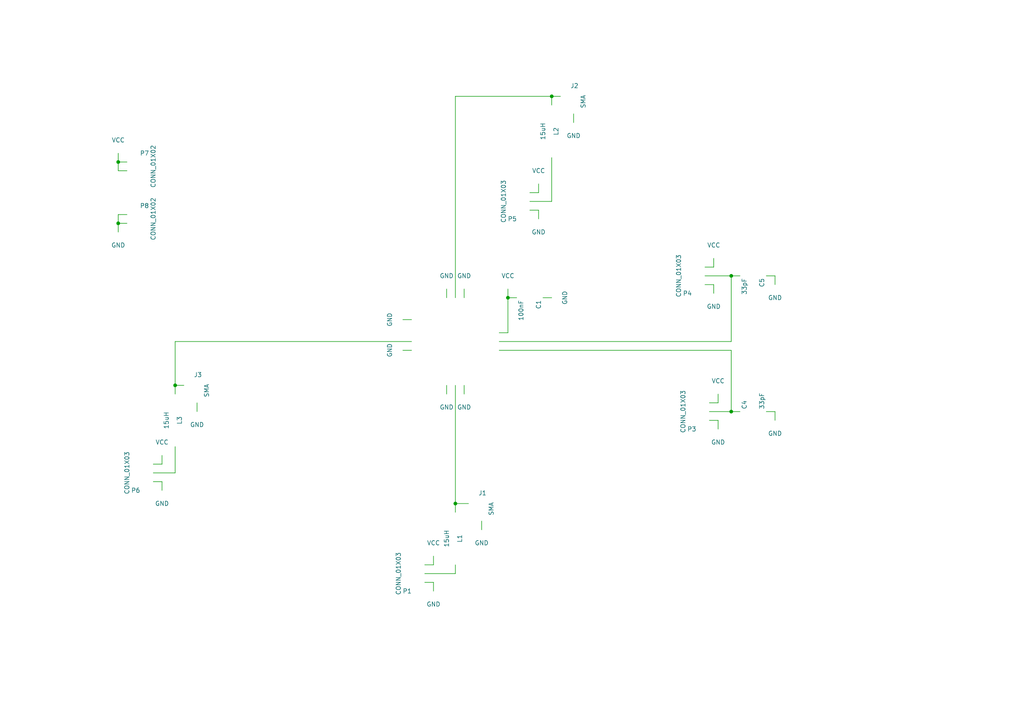
<source format=kicad_sch>
(kicad_sch (version 20230121) (generator eeschema)
  (paper "A4")
  (lib_symbols)
  (junction (at 50.8 111.76))
  (junction (at 34.29 46.99))
  (junction (at 147.32 86.36))
  (junction (at 212.09 80.01))
  (junction (at 160.02 27.94))
  (junction (at 132.08 146.05))
  (junction (at 212.09 119.38))
  (junction (at 34.29 64.77))
  (wire (pts (xy 204.47 82.55) (xy 207.01 82.55)))
  (wire (pts (xy 132.08 111.76) (xy 132.08 146.05)))
  (wire (pts (xy 132.08 27.94) (xy 132.08 86.36)))
  (wire (pts (xy 34.29 62.23) (xy 36.83 62.23)))
  (wire (pts (xy 212.09 101.6) (xy 212.09 119.38)))
  (wire (pts (xy 212.09 99.06) (xy 212.09 80.01)))
  (wire (pts (xy 125.73 163.83) (xy 123.19 163.83)))
  (wire (pts (xy 222.25 80.01) (xy 224.79 80.01)))
  (wire (pts (xy 132.08 166.37) (xy 132.08 163.83)))
  (wire (pts (xy 139.7 151.13) (xy 139.7 153.67)))
  (wire (pts (xy 222.25 119.38) (xy 224.79 119.38)))
  (wire (pts (xy 144.78 99.06) (xy 212.09 99.06)))
  (wire (pts (xy 46.99 134.62) (xy 44.45 134.62)))
  (wire (pts (xy 116.84 101.6) (xy 119.38 101.6)))
  (wire (pts (xy 50.8 137.16) (xy 50.8 129.54)))
  (wire (pts (xy 46.99 132.08) (xy 46.99 134.62)))
  (wire (pts (xy 132.08 146.05) (xy 135.89 146.05)))
  (wire (pts (xy 204.47 80.01) (xy 212.09 80.01)))
  (wire (pts (xy 44.45 137.16) (xy 50.8 137.16)))
  (wire (pts (xy 50.8 111.76) (xy 50.8 114.3)))
  (wire (pts (xy 34.29 49.53) (xy 36.83 49.53)))
  (wire (pts (xy 208.28 121.92) (xy 208.28 124.46)))
  (wire (pts (xy 46.99 139.7) (xy 46.99 142.24)))
  (wire (pts (xy 125.73 161.29) (xy 125.73 163.83)))
  (wire (pts (xy 34.29 62.23) (xy 34.29 64.77)))
  (wire (pts (xy 160.02 27.94) (xy 162.56 27.94)))
  (wire (pts (xy 205.74 119.38) (xy 212.09 119.38)))
  (wire (pts (xy 132.08 146.05) (xy 132.08 148.59)))
  (wire (pts (xy 34.29 44.45) (xy 34.29 46.99)))
  (wire (pts (xy 44.45 139.7) (xy 46.99 139.7)))
  (wire (pts (xy 50.8 99.06) (xy 50.8 111.76)))
  (wire (pts (xy 205.74 121.92) (xy 208.28 121.92)))
  (wire (pts (xy 153.67 60.96) (xy 156.21 60.96)))
  (wire (pts (xy 125.73 168.91) (xy 125.73 171.45)))
  (wire (pts (xy 34.29 46.99) (xy 34.29 49.53)))
  (wire (pts (xy 34.29 64.77) (xy 34.29 67.31)))
  (wire (pts (xy 144.78 96.52) (xy 147.32 96.52)))
  (wire (pts (xy 160.02 27.94) (xy 160.02 30.48)))
  (wire (pts (xy 207.01 82.55) (xy 207.01 85.09)))
  (wire (pts (xy 166.37 33.02) (xy 166.37 35.56)))
  (wire (pts (xy 129.54 83.82) (xy 129.54 86.36)))
  (wire (pts (xy 147.32 96.52) (xy 147.32 86.36)))
  (wire (pts (xy 156.21 53.34) (xy 156.21 55.88)))
  (wire (pts (xy 160.02 58.42) (xy 160.02 45.72)))
  (wire (pts (xy 208.28 116.84) (xy 205.74 116.84)))
  (wire (pts (xy 132.08 27.94) (xy 160.02 27.94)))
  (wire (pts (xy 207.01 74.93) (xy 207.01 77.47)))
  (wire (pts (xy 50.8 99.06) (xy 119.38 99.06)))
  (wire (pts (xy 207.01 77.47) (xy 204.47 77.47)))
  (wire (pts (xy 123.19 166.37) (xy 132.08 166.37)))
  (wire (pts (xy 156.21 55.88) (xy 153.67 55.88)))
  (wire (pts (xy 123.19 168.91) (xy 125.73 168.91)))
  (wire (pts (xy 134.62 83.82) (xy 134.62 86.36)))
  (wire (pts (xy 147.32 86.36) (xy 147.32 83.82)))
  (wire (pts (xy 34.29 46.99) (xy 36.83 46.99)))
  (wire (pts (xy 57.15 116.84) (xy 57.15 119.38)))
  (wire (pts (xy 224.79 119.38) (xy 224.79 121.92)))
  (wire (pts (xy 153.67 58.42) (xy 160.02 58.42)))
  (wire (pts (xy 208.28 114.3) (xy 208.28 116.84)))
  (wire (pts (xy 129.54 111.76) (xy 129.54 114.3)))
  (wire (pts (xy 147.32 86.36) (xy 149.86 86.36)))
  (wire (pts (xy 134.62 114.3) (xy 134.62 111.76)))
  (wire (pts (xy 224.79 80.01) (xy 224.79 82.55)))
  (wire (pts (xy 212.09 119.38) (xy 214.63 119.38)))
  (wire (pts (xy 157.48 86.36) (xy 160.02 86.36)))
  (wire (pts (xy 212.09 80.01) (xy 214.63 80.01)))
  (wire (pts (xy 50.8 111.76) (xy 53.34 111.76)))
  (wire (pts (xy 116.84 92.71) (xy 119.38 92.71)))
  (wire (pts (xy 156.21 60.96) (xy 156.21 63.5)))
  (wire (pts (xy 144.78 101.6) (xy 212.09 101.6)))
  (wire (pts (xy 36.83 64.77) (xy 34.29 64.77)))
  (symbol (lib_id "BNC") (at 57.15 111.76 0) (unit 1)
    (property "Reference" "J3" (at 57.404 108.712 0))
    (property "Value" "SMA" (at 59.944 113.284 90))
    (property "Footprint" "gsg-modules:SMA-VERTICAL" (effects hide))
  )
  (symbol (lib_id "BNC") (at 139.7 146.05 0) (unit 1)
    (property "Reference" "J1" (at 139.954 143.002 0))
    (property "Value" "SMA" (at 142.494 147.574 90))
    (property "Footprint" "gsg-modules:SMA-VERTICAL" (effects hide))
  )
  (symbol (lib_id "GND") (at 139.7 153.67 0) (unit 1)
    (property "Reference" "#PWR01" (effects hide))
    (property "Value" "GND" (at 139.7 157.48 0))
  )
  (symbol (lib_id "GND") (at 57.15 119.38 0) (unit 1)
    (property "Reference" "#PWR02" (effects hide))
    (property "Value" "GND" (at 57.15 123.19 0))
  )
  (symbol (lib_id "CONN_01X03") (at 118.11 166.37 180) (unit 1)
    (property "Reference" "P1" (at 118.11 171.45 0))
    (property "Value" "CONN_01X03" (at 115.57 166.37 90))
    (property "Footprint" "gsg-modules:HEADER-1x3" (effects hide))
  )
  (symbol (lib_id "VCC") (at 125.73 161.29 0) (unit 1)
    (property "Reference" "#PWR03" (effects hide))
    (property "Value" "VCC" (at 125.73 157.48 0))
  )
  (symbol (lib_id "GND") (at 125.73 171.45 0) (unit 1)
    (property "Reference" "#PWR04" (effects hide))
    (property "Value" "GND" (at 125.73 175.26 0))
  )
  (symbol (lib_id "CONN_01X03") (at 39.37 137.16 180) (unit 1)
    (property "Reference" "P6" (at 39.37 142.24 0))
    (property "Value" "CONN_01X03" (at 36.83 137.16 90))
    (property "Footprint" "gsg-modules:HEADER-1x3" (effects hide))
  )
  (symbol (lib_id "VCC") (at 46.99 132.08 0) (unit 1)
    (property "Reference" "#PWR05" (effects hide))
    (property "Value" "VCC" (at 46.99 128.27 0))
  )
  (symbol (lib_id "GND") (at 46.99 142.24 0) (unit 1)
    (property "Reference" "#PWR06" (effects hide))
    (property "Value" "GND" (at 46.99 146.05 0))
  )
  (symbol (lib_id "BNC") (at 166.37 27.94 0) (unit 1)
    (property "Reference" "J2" (at 166.624 24.892 0))
    (property "Value" "SMA" (at 169.164 29.464 90))
    (property "Footprint" "gsg-modules:SMA-VERTICAL" (effects hide))
  )
  (symbol (lib_id "GND") (at 166.37 35.56 0) (unit 1)
    (property "Reference" "#PWR07" (effects hide))
    (property "Value" "GND" (at 166.37 39.37 0))
  )
  (symbol (lib_id "CONN_01X03") (at 148.59 58.42 180) (unit 1)
    (property "Reference" "P5" (at 148.59 63.5 0))
    (property "Value" "CONN_01X03" (at 146.05 58.42 90))
    (property "Footprint" "gsg-modules:HEADER-1x3" (effects hide))
  )
  (symbol (lib_id "VCC") (at 156.21 53.34 0) (unit 1)
    (property "Reference" "#PWR08" (effects hide))
    (property "Value" "VCC" (at 156.21 49.53 0))
  )
  (symbol (lib_id "GND") (at 156.21 63.5 0) (unit 1)
    (property "Reference" "#PWR09" (effects hide))
    (property "Value" "GND" (at 156.21 67.31 0))
  )
  (symbol (lib_id "CONN_01X03") (at 199.39 80.01 180) (unit 1)
    (property "Reference" "P4" (at 199.39 85.09 0))
    (property "Value" "CONN_01X03" (at 196.85 80.01 90))
    (property "Footprint" "gsg-modules:HEADER-1x3" (effects hide))
  )
  (symbol (lib_id "VCC") (at 207.01 74.93 0) (unit 1)
    (property "Reference" "#PWR010" (effects hide))
    (property "Value" "VCC" (at 207.01 71.12 0))
  )
  (symbol (lib_id "GND") (at 207.01 85.09 0) (unit 1)
    (property "Reference" "#PWR011" (effects hide))
    (property "Value" "GND" (at 207.01 88.9 0))
  )
  (symbol (lib_id "CONN_01X03") (at 200.66 119.38 180) (unit 1)
    (property "Reference" "P3" (at 200.66 124.46 0))
    (property "Value" "CONN_01X03" (at 198.12 119.38 90))
    (property "Footprint" "gsg-modules:HEADER-1x3" (effects hide))
  )
  (symbol (lib_id "VCC") (at 208.28 114.3 0) (unit 1)
    (property "Reference" "#PWR012" (effects hide))
    (property "Value" "VCC" (at 208.28 110.49 0))
  )
  (symbol (lib_id "GND") (at 208.28 124.46 0) (unit 1)
    (property "Reference" "#PWR013" (effects hide))
    (property "Value" "GND" (at 208.28 128.27 0))
  )
  (symbol (lib_id "CONN_01X02") (at 41.91 48.26 0) (unit 1)
    (property "Reference" "P7" (at 41.91 44.45 0))
    (property "Value" "CONN_01X02" (at 44.45 48.26 90))
    (property "Footprint" "gsg-modules:HEADER-1x2" (effects hide))
  )
  (symbol (lib_id "CONN_01X02") (at 41.91 63.5 0) (unit 1)
    (property "Reference" "P8" (at 41.91 59.69 0))
    (property "Value" "CONN_01X02" (at 44.45 63.5 90))
    (property "Footprint" "gsg-modules:HEADER-1x2" (effects hide))
  )
  (symbol (lib_id "VCC") (at 34.29 44.45 0) (unit 1)
    (property "Reference" "#PWR014" (effects hide))
    (property "Value" "VCC" (at 34.29 40.64 0))
  )
  (symbol (lib_id "GND") (at 34.29 67.31 0) (unit 1)
    (property "Reference" "#PWR015" (effects hide))
    (property "Value" "GND" (at 34.29 71.12 0))
  )
  (symbol (lib_id "GND") (at 224.79 82.55 0) (unit 1)
    (property "Reference" "#PWR016" (effects hide))
    (property "Value" "GND" (at 224.79 86.36 0))
  )
  (symbol (lib_id "C") (at 218.44 119.38 90) (unit 1)
    (property "Reference" "C4" (at 215.9 118.745 0) (effects (justify left)))
    (property "Value" "33pF" (at 220.98 118.745 0) (effects (justify left)))
    (property "Footprint" "gsg-modules:0402" (effects hide))
    (property "Manufacturer" "Murata" (effects hide))
    (property "Part Number" "GRM1555C1H330JA01D" (effects hide))
    (property "Description" "CAP CER 33PF 50V 5% NP0 0402" (effects hide))
  )
  (symbol (lib_id "GND") (at 224.79 121.92 0) (unit 1)
    (property "Reference" "#PWR017" (effects hide))
    (property "Value" "GND" (at 224.79 125.73 0))
  )
  (symbol (lib_id "INDUCTOR") (at 132.08 156.21 180) (unit 1)
    (property "Reference" "L1" (at 133.35 156.21 90))
    (property "Value" "15uH" (at 129.54 156.21 90))
    (property "Footprint" "gsg-modules:0603" (effects hide))
    (property "Manufacturer" "Taiyo Yuden" (effects hide))
    (property "Part Number" "BRL1608T150M" (effects hide))
    (property "Description" "FIXED IND 15UH 200MA 3.328 OHM" (effects hide))
  )
  (symbol (lib_id "INDUCTOR") (at 160.02 38.1 180) (unit 1)
    (property "Reference" "L2" (at 161.29 38.1 90))
    (property "Value" "15uH" (at 157.48 38.1 90))
    (property "Footprint" "gsg-modules:0603" (effects hide))
    (property "Manufacturer" "Taiyo Yuden" (effects hide))
    (property "Part Number" "BRL1608T150M" (effects hide))
    (property "Description" "FIXED IND 15UH 200MA 3.328 OHM" (effects hide))
  )
  (symbol (lib_id "INDUCTOR") (at 50.8 121.92 180) (unit 1)
    (property "Reference" "L3" (at 52.07 121.92 90))
    (property "Value" "15uH" (at 48.26 121.92 90))
    (property "Footprint" "gsg-modules:0603" (effects hide))
    (property "Manufacturer" "Taiyo Yuden" (effects hide))
    (property "Part Number" "BRL1608T150M" (effects hide))
    (property "Description" "FIXED IND 15UH 200MA 3.328 OHM" (effects hide))
  )
  (symbol (lib_id "C") (at 218.44 80.01 270) (unit 1)
    (property "Reference" "C5" (at 220.98 80.645 0) (effects (justify left)))
    (property "Value" "33pF" (at 215.9 80.645 0) (effects (justify left)))
    (property "Footprint" "gsg-modules:0402" (effects hide))
    (property "Manufacturer" "Murata" (effects hide))
    (property "Part Number" "GRM1555C1H330JA01D" (effects hide))
    (property "Description" "CAP CER 33PF 50V 5% NP0 0402" (effects hide))
  )
  (symbol (lib_id "SKY13374") (at 132.08 99.06 0) (unit 1)
    (property "Reference" "U1" (at 132.08 97.79 0) (effects (font (size 1.016 1.016))))
    (property "Value" "SKY13374" (at 132.08 100.33 0) (effects (font (size 1.016 1.016))))
    (property "Footprint" "gsg-modules:SKY13374-397LF" (effects hide))
    (property "Manufacturer" "Skyworks" (effects hide))
    (property "Part Number" "SKY13374-397LF" (effects hide))
    (property "Description" "IC SWITCH DPDT LF-6GHZ 12QFN" (effects hide))
  )
  (symbol (lib_id "C") (at 153.67 86.36 270) (unit 1)
    (property "Reference" "C1" (at 156.21 86.995 0) (effects (justify left)))
    (property "Value" "100nF" (at 151.13 86.995 0) (effects (justify left)))
    (property "Footprint" "gsg-modules:0402" (effects hide))
    (property "Manufacturer" "Murata" (effects hide))
    (property "Part Number" "GRM155R61A104KA01D" (effects hide))
    (property "Description" "CAP CER 0.1UF 10V 10% X5R 0402" (effects hide))
  )
  (symbol (lib_id "GND") (at 160.02 86.36 90) (unit 1)
    (property "Reference" "#PWR025" (effects hide))
    (property "Value" "GND" (at 163.83 86.36 0))
  )
  (symbol (lib_id "VCC") (at 147.32 83.82 0) (unit 1)
    (property "Reference" "#PWR018" (effects hide))
    (property "Value" "VCC" (at 147.32 80.01 0))
  )
  (symbol (lib_id "GND") (at 129.54 114.3 0) (unit 1)
    (property "Reference" "#PWR019" (effects hide))
    (property "Value" "GND" (at 129.54 118.11 0))
  )
  (symbol (lib_id "GND") (at 116.84 101.6 270) (unit 1)
    (property "Reference" "#PWR020" (effects hide))
    (property "Value" "GND" (at 113.03 101.6 0))
  )
  (symbol (lib_id "GND") (at 116.84 92.71 270) (unit 1)
    (property "Reference" "#PWR021" (effects hide))
    (property "Value" "GND" (at 113.03 92.71 0))
  )
  (symbol (lib_id "GND") (at 129.54 83.82 180) (unit 1)
    (property "Reference" "#PWR022" (effects hide))
    (property "Value" "GND" (at 129.54 80.01 0))
  )
  (symbol (lib_id "GND") (at 134.62 83.82 180) (unit 1)
    (property "Reference" "#PWR023" (effects hide))
    (property "Value" "GND" (at 134.62 80.01 0))
  )
  (symbol (lib_id "GND") (at 134.62 114.3 0) (unit 1)
    (property "Reference" "#PWR024" (effects hide))
    (property "Value" "GND" (at 134.62 118.11 0))
  )
)
</source>
